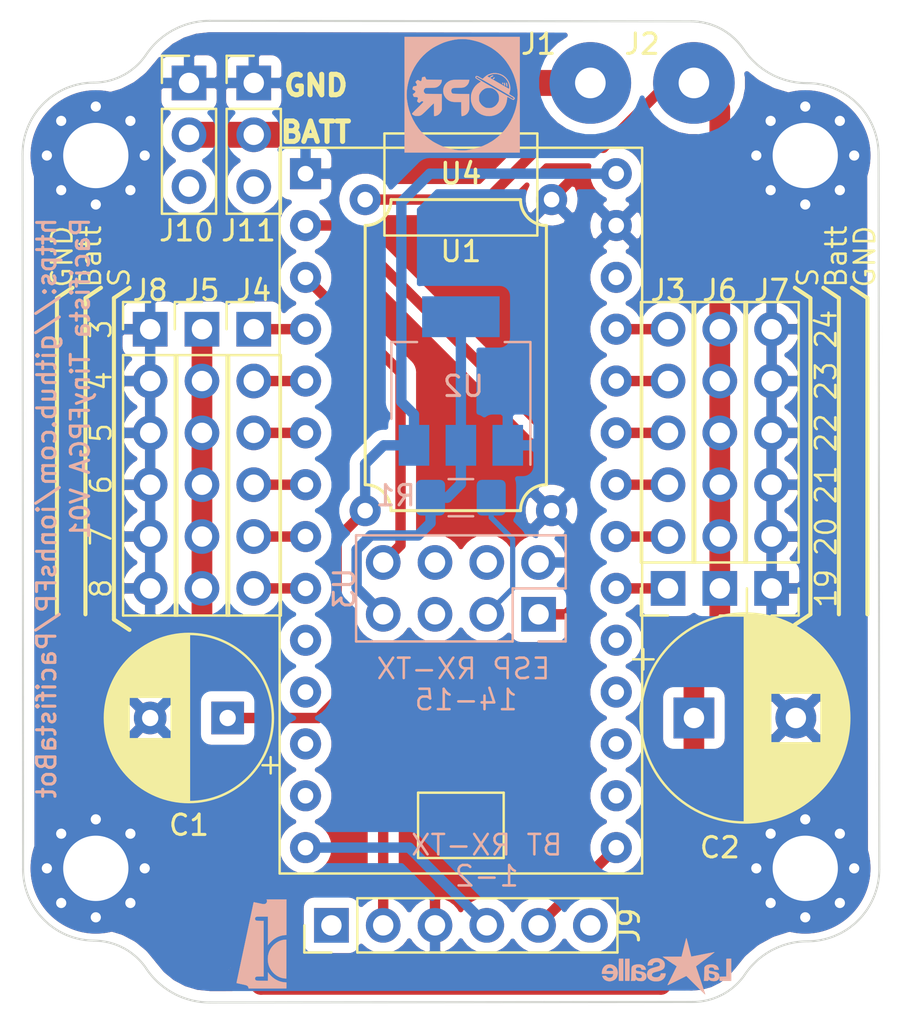
<source format=kicad_pcb>
(kicad_pcb (version 20171130) (host pcbnew "(5.1.4)-1")
  (layers (0 F.Cu signal) (31 B.Cu signal) (34 B.Paste user) (35 F.Paste user) (36 B.SilkS user) (37 F.SilkS user) (38 B.Mask user) (39 F.Mask user) (44 Edge.Cuts user))
  (net 0 "")
  (net 1 GND)
  (net 2 /Alimentación)
  (net 3 +BATT)
  (net 4 +3V3)
  (net 5 "Net-(R1-Pad1)")
  (net 6 5V)
  (net 7 "Net-(J3-Pad6)")
  (net 8 "Net-(J3-Pad5)")
  (net 9 "Net-(J3-Pad4)")
  (net 10 "Net-(J3-Pad3)")
  (net 11 "Net-(J3-Pad2)")
  (net 12 "Net-(J3-Pad1)")
  (net 13 "Net-(J4-Pad1)")
  (net 14 "Net-(J4-Pad2)")
  (net 15 "Net-(J4-Pad3)")
  (net 16 "Net-(J4-Pad4)")
  (net 17 "Net-(J4-Pad5)")
  (net 18 "Net-(J4-Pad6)")
  (net 19 "Net-(J9-Pad6)")
  (net 20 RX-BT)
  (net 21 TX-BT)
  (net 22 "Net-(J9-Pad1)")
  (net 23 "Net-(J10-Pad3)")
  (net 24 "Net-(J11-Pad3)")
  (net 25 TX-ESP)
  (net 26 "Net-(U3-Pad6)")
  (net 27 "Net-(U3-Pad5)")
  (net 28 "Net-(U3-Pad4)")
  (net 29 RX-ESP)
  (net 30 "Net-(U4-Pad26)")
  (net 31 "Net-(U4-Pad19)")
  (net 32 "Net-(U4-Pad18)")
  (net 33 "Net-(U4-Pad17)")
  (net 34 "Net-(U4-Pad16)")
  (net 35 "Net-(U4-Pad13)")
  (net 36 "Net-(U4-Pad12)")
  (net 37 "Net-(U4-Pad11)")
  (net 38 "Net-(U4-Pad10)")
  (module TinyFPGA:PinSocket_1x06_P2.54mm_Vertical (layer F.Cu) (at 96.52 123.19 180)
    (fp_text reference J3 (at 0 14.605) (layer F.SilkS))
    (fp_text value Conn_01x06)
    (pad 6 thru_hole oval (at 0 12.7 180) (size 1.7 1.7) (drill 1) (layers *.Cu *.Mask) (net 7 "Net-(J3-Pad6)"))
    (pad 5 thru_hole oval (at 0 10.16 180) (size 1.7 1.7) (drill 1) (layers *.Cu *.Mask) (net 8 "Net-(J3-Pad5)"))
    (pad 4 thru_hole oval (at 0 7.62 180) (size 1.7 1.7) (drill 1) (layers *.Cu *.Mask) (net 9 "Net-(J3-Pad4)"))
    (pad 3 thru_hole oval (at 0 5.08 180) (size 1.7 1.7) (drill 1) (layers *.Cu *.Mask) (net 10 "Net-(J3-Pad3)"))
    (pad 2 thru_hole oval (at 0 2.54 180) (size 1.7 1.7) (drill 1) (layers *.Cu *.Mask) (net 11 "Net-(J3-Pad2)"))
    (pad 1 thru_hole rect (at 0 0 180) (size 1.7 1.7) (drill 1) (layers *.Cu *.Mask) (net 12 "Net-(J3-Pad1)"))
  )
  (module Mounting_Holes:MountingHole_3.2mm_M3_Pad_Via (layer F.Cu) (at 103.251 101.981)
    (fp_text reference "" (at 0 -4.2) (layer F.SilkS))
    (fp_text value MountingHole_3.2mm_M3_Pad_Via hide)
    (pad "" thru_hole circle (at 1.697056 -1.697056) (size 0.6 0.6) (drill 0.5) (layers *.Cu *.Mask))
    (pad "" thru_hole circle (at 0 -2.4) (size 0.6 0.6) (drill 0.5) (layers *.Cu *.Mask))
    (pad "" thru_hole circle (at -1.697056 -1.697056) (size 0.6 0.6) (drill 0.5) (layers *.Cu *.Mask))
    (pad "" thru_hole circle (at -2.4 0) (size 0.6 0.6) (drill 0.5) (layers *.Cu *.Mask))
    (pad "" thru_hole circle (at -1.697056 1.697056) (size 0.6 0.6) (drill 0.5) (layers *.Cu *.Mask))
    (pad "" thru_hole circle (at 0 2.4) (size 0.6 0.6) (drill 0.5) (layers *.Cu *.Mask))
    (pad "" thru_hole circle (at 1.697056 1.697056) (size 0.6 0.6) (drill 0.5) (layers *.Cu *.Mask))
    (pad "" thru_hole circle (at 2.4 0) (size 0.6 0.6) (drill 0.5) (layers *.Cu *.Mask))
    (pad 1 thru_hole circle (at 0 0) (size 6.4 6.4) (drill 3.2) (layers *.Cu *.Mask))
  )
  (module Mounting_Holes:MountingHole_3.2mm_M3_Pad_Via (layer F.Cu) (at 103.251 136.906)
    (fp_text reference "" (at 0 -4.2) (layer F.SilkS))
    (fp_text value MountingHole_3.2mm_M3_Pad_Via hide)
    (pad 1 thru_hole circle (at 0 0) (size 6.4 6.4) (drill 3.2) (layers *.Cu *.Mask))
    (pad "" thru_hole circle (at 2.4 0) (size 0.6 0.6) (drill 0.5) (layers *.Cu *.Mask))
    (pad "" thru_hole circle (at 1.697056 1.697056) (size 0.6 0.6) (drill 0.5) (layers *.Cu *.Mask))
    (pad "" thru_hole circle (at 0 2.4) (size 0.6 0.6) (drill 0.5) (layers *.Cu *.Mask))
    (pad "" thru_hole circle (at -1.697056 1.697056) (size 0.6 0.6) (drill 0.5) (layers *.Cu *.Mask))
    (pad "" thru_hole circle (at -2.4 0) (size 0.6 0.6) (drill 0.5) (layers *.Cu *.Mask))
    (pad "" thru_hole circle (at -1.697056 -1.697056) (size 0.6 0.6) (drill 0.5) (layers *.Cu *.Mask))
    (pad "" thru_hole circle (at 0 -2.4) (size 0.6 0.6) (drill 0.5) (layers *.Cu *.Mask))
    (pad "" thru_hole circle (at 1.697056 -1.697056) (size 0.6 0.6) (drill 0.5) (layers *.Cu *.Mask))
  )
  (module Mounting_Holes:MountingHole_3.2mm_M3_Pad_Via (layer F.Cu) (at 68.453 136.906)
    (fp_text reference "" (at 0 -4.2) (layer F.SilkS))
    (fp_text value MountingHole_3.2mm_M3_Pad_Via hide)
    (pad "" thru_hole circle (at 1.697056 -1.697056) (size 0.6 0.6) (drill 0.5) (layers *.Cu *.Mask))
    (pad "" thru_hole circle (at 0 -2.4) (size 0.6 0.6) (drill 0.5) (layers *.Cu *.Mask))
    (pad "" thru_hole circle (at -1.697056 -1.697056) (size 0.6 0.6) (drill 0.5) (layers *.Cu *.Mask))
    (pad "" thru_hole circle (at -2.4 0) (size 0.6 0.6) (drill 0.5) (layers *.Cu *.Mask))
    (pad "" thru_hole circle (at -1.697056 1.697056) (size 0.6 0.6) (drill 0.5) (layers *.Cu *.Mask))
    (pad "" thru_hole circle (at 0 2.4) (size 0.6 0.6) (drill 0.5) (layers *.Cu *.Mask))
    (pad "" thru_hole circle (at 1.697056 1.697056) (size 0.6 0.6) (drill 0.5) (layers *.Cu *.Mask))
    (pad "" thru_hole circle (at 2.4 0) (size 0.6 0.6) (drill 0.5) (layers *.Cu *.Mask))
    (pad 1 thru_hole circle (at 0 0) (size 6.4 6.4) (drill 3.2) (layers *.Cu *.Mask))
  )
  (module Mounting_Holes:MountingHole_3.2mm_M3_Pad_Via (layer F.Cu) (at 68.453 101.981)
    (fp_text reference "" (at 0 -4.2) (layer F.SilkS))
    (fp_text value MountingHole_3.2mm_M3_Pad_Via hide)
    (pad 1 thru_hole circle (at 0 0) (size 6.4 6.4) (drill 3.2) (layers *.Cu *.Mask))
    (pad "" thru_hole circle (at 2.4 0) (size 0.6 0.6) (drill 0.5) (layers *.Cu *.Mask))
    (pad "" thru_hole circle (at 1.697056 1.697056) (size 0.6 0.6) (drill 0.5) (layers *.Cu *.Mask))
    (pad "" thru_hole circle (at 0 2.4) (size 0.6 0.6) (drill 0.5) (layers *.Cu *.Mask))
    (pad "" thru_hole circle (at -1.697056 1.697056) (size 0.6 0.6) (drill 0.5) (layers *.Cu *.Mask))
    (pad "" thru_hole circle (at -2.4 0) (size 0.6 0.6) (drill 0.5) (layers *.Cu *.Mask))
    (pad "" thru_hole circle (at -1.697056 -1.697056) (size 0.6 0.6) (drill 0.5) (layers *.Cu *.Mask))
    (pad "" thru_hole circle (at 0 -2.4) (size 0.6 0.6) (drill 0.5) (layers *.Cu *.Mask))
    (pad "" thru_hole circle (at 1.697056 -1.697056) (size 0.6 0.6) (drill 0.5) (layers *.Cu *.Mask))
  )
  (module Desktop:lsblogo (layer B.Cu) (at 96.4438 141.7066 180)
    (fp_text reference G*** hide)
    (fp_text value LOGO hide)
  )
  (module Desktop:LogoDB (layer B.Cu) (at 74.676 140.6144 180)
    (fp_text reference G*** hide)
    (fp_text value LOGO hide)
  )
  (module Pacifista-Bluetooth:opr_circulo_6x6_v1 (layer B.Cu) (at 86.4235 98.9965 180)
    (fp_text reference "" hide)
    (fp_text value "" hide)
  )
  (module Capacitor_THT:CP_Radial_D10.0mm_P5.00mm (layer F.Cu) (at 97.79 129.54)
    (fp_text reference C2 (at 1.27 6.35) (layer F.SilkS))
    (fp_text value "820u 6,3v")
    (pad 1 thru_hole rect (at 0 0) (size 2 2) (drill 1) (layers *.Cu *.Mask) (net 2 /Alimentación))
    (pad 2 thru_hole circle (at 5 0) (size 2 2) (drill 1) (layers *.Cu *.Mask) (net 1 GND))
  )
  (module Pacifista-Bluetooth:Pin_Header_Straight_1x06_Pitch2.54mm (layer F.Cu) (at 99.06 123.19 180)
    (fp_text reference J6 (at 0 14.605 180) (layer F.SilkS))
    (fp_text value Conn_01x06)
    (pad 1 thru_hole rect (at 0 0 180) (size 1.7 1.7) (drill 1) (layers *.Cu *.Mask) (net 2 /Alimentación))
    (pad 2 thru_hole oval (at 0 2.54 180) (size 1.7 1.7) (drill 1) (layers *.Cu *.Mask) (net 2 /Alimentación))
    (pad 3 thru_hole oval (at 0 5.08 180) (size 1.7 1.7) (drill 1) (layers *.Cu *.Mask) (net 2 /Alimentación))
    (pad 4 thru_hole oval (at 0 7.62 180) (size 1.7 1.7) (drill 1) (layers *.Cu *.Mask) (net 2 /Alimentación))
    (pad 5 thru_hole oval (at 0 10.16 180) (size 1.7 1.7) (drill 1) (layers *.Cu *.Mask) (net 2 /Alimentación))
    (pad 6 thru_hole oval (at 0 12.7 180) (size 1.7 1.7) (drill 1) (layers *.Cu *.Mask) (net 2 /Alimentación))
  )
  (module Connector_PinHeader_2.54mm:PinHeader_2x04_P2.54mm_Vertical (layer B.Cu) (at 90.17 124.46 90)
    (fp_text reference U3 (at 1.27 -9.525 90) (layer B.SilkS) (effects (justify mirror)))
    (fp_text value ESP-01v090 hide)
    (pad 8 thru_hole oval (at 2.54 -7.62 90) (size 1.7 1.7) (drill 1) (layers *.Cu *.Mask) (net 25 TX-ESP))
    (pad 7 thru_hole oval (at 0 -7.62 90) (size 1.7 1.7) (drill 1) (layers *.Cu *.Mask) (net 4 +3V3))
    (pad 6 thru_hole oval (at 2.54 -5.08 90) (size 1.7 1.7) (drill 1) (layers *.Cu *.Mask) (net 26 "Net-(U3-Pad6)"))
    (pad 5 thru_hole oval (at 0 -5.08 90) (size 1.7 1.7) (drill 1) (layers *.Cu *.Mask) (net 27 "Net-(U3-Pad5)"))
    (pad 4 thru_hole oval (at 2.54 -2.54 90) (size 1.7 1.7) (drill 1) (layers *.Cu *.Mask) (net 28 "Net-(U3-Pad4)"))
    (pad 3 thru_hole oval (at 0 -2.54 90) (size 1.7 1.7) (drill 1) (layers *.Cu *.Mask) (net 5 "Net-(R1-Pad1)"))
    (pad 2 thru_hole oval (at 2.54 0 90) (size 1.7 1.7) (drill 1) (layers *.Cu *.Mask) (net 1 GND))
    (pad 1 thru_hole rect (at 0 0 90) (size 1.7 1.7) (drill 1) (layers *.Cu *.Mask) (net 29 RX-ESP))
  )
  (module Pacifista-Bluetooth:Pin_Header_Straight_1x06_Pitch2.54mm (layer F.Cu) (at 101.6 123.19 180)
    (fp_text reference J7 (at 0 14.605 180) (layer F.SilkS))
    (fp_text value Conn_01x06)
    (pad 6 thru_hole oval (at 0 12.7 180) (size 1.7 1.7) (drill 1) (layers *.Cu *.Mask) (net 1 GND))
    (pad 5 thru_hole oval (at 0 10.16 180) (size 1.7 1.7) (drill 1) (layers *.Cu *.Mask) (net 1 GND))
    (pad 4 thru_hole oval (at 0 7.62 180) (size 1.7 1.7) (drill 1) (layers *.Cu *.Mask) (net 1 GND))
    (pad 3 thru_hole oval (at 0 5.08 180) (size 1.7 1.7) (drill 1) (layers *.Cu *.Mask) (net 1 GND))
    (pad 2 thru_hole oval (at 0 2.54 180) (size 1.7 1.7) (drill 1) (layers *.Cu *.Mask) (net 1 GND))
    (pad 1 thru_hole rect (at 0 0 180) (size 1.7 1.7) (drill 1) (layers *.Cu *.Mask) (net 1 GND))
  )
  (module Pacifista-Bluetooth:Pin_Header_Straight_1x06_Pitch2.54mm (layer F.Cu) (at 71.12 110.49)
    (fp_text reference J8 (at 0 -1.905) (layer F.SilkS))
    (fp_text value Conn_01x06)
    (pad 1 thru_hole rect (at 0 0) (size 1.7 1.7) (drill 1) (layers *.Cu *.Mask) (net 1 GND))
    (pad 2 thru_hole oval (at 0 2.54) (size 1.7 1.7) (drill 1) (layers *.Cu *.Mask) (net 1 GND))
    (pad 3 thru_hole oval (at 0 5.08) (size 1.7 1.7) (drill 1) (layers *.Cu *.Mask) (net 1 GND))
    (pad 4 thru_hole oval (at 0 7.62) (size 1.7 1.7) (drill 1) (layers *.Cu *.Mask) (net 1 GND))
    (pad 5 thru_hole oval (at 0 10.16) (size 1.7 1.7) (drill 1) (layers *.Cu *.Mask) (net 1 GND))
    (pad 6 thru_hole oval (at 0 12.7) (size 1.7 1.7) (drill 1) (layers *.Cu *.Mask) (net 1 GND))
  )
  (module Pacifista-Bluetooth:Pin_Header_Straight_1x03_Pitch2.54mm (layer F.Cu) (at 73.025 98.425)
    (fp_text reference J10 (at -0.127 7.239) (layer F.SilkS))
    (fp_text value Conn_01x03)
    (pad 3 thru_hole oval (at 0 5.08) (size 1.7 1.7) (drill 1) (layers *.Cu *.Mask) (net 23 "Net-(J10-Pad3)"))
    (pad 2 thru_hole oval (at 0 2.54) (size 1.7 1.7) (drill 1) (layers *.Cu *.Mask) (net 3 +BATT))
    (pad 1 thru_hole rect (at 0 0) (size 1.7 1.7) (drill 1) (layers *.Cu *.Mask) (net 1 GND))
  )
  (module Capacitor_THT:CP_Radial_D8.0mm_P3.80mm (layer F.Cu) (at 74.92 129.54 180)
    (fp_text reference C1 (at 1.9 -5.25 180) (layer F.SilkS))
    (fp_text value "1000u 16v")
    (pad 1 thru_hole rect (at 0 0 180) (size 1.6 1.6) (drill 0.8) (layers *.Cu *.Mask) (net 6 5V))
    (pad 2 thru_hole circle (at 3.8 0 180) (size 1.6 1.6) (drill 0.8) (layers *.Cu *.Mask) (net 1 GND))
  )
  (module Pacifista-Bluetooth:SolderWirePad_single_1-5mmDrill (layer F.Cu) (at 92.71 98.425)
    (fp_text reference J1 (at -2.54 -1.905) (layer F.SilkS))
    (fp_text value Conn_01x01)
    (pad 1 thru_hole circle (at 0 0) (size 4.0005 4.0005) (drill 1.50114) (layers *.Cu *.Mask) (net 3 +BATT))
  )
  (module Pacifista-Bluetooth:SolderWirePad_single_1-5mmDrill (layer F.Cu) (at 97.79 98.425)
    (fp_text reference J2 (at -2.54 -1.905) (layer F.SilkS))
    (fp_text value Conn_01x01)
    (pad 1 thru_hole circle (at 0 0) (size 4.0005 4.0005) (drill 1.50114) (layers *.Cu *.Mask) (net 2 /Alimentación))
  )
  (module Pacifista-Bluetooth:Pin_Header_Straight_1x06_Pitch2.54mm (layer F.Cu) (at 73.66 110.49)
    (fp_text reference J5 (at 0 -1.905) (layer F.SilkS))
    (fp_text value Conn_01x06)
    (pad 6 thru_hole oval (at 0 12.7) (size 1.7 1.7) (drill 1) (layers *.Cu *.Mask) (net 2 /Alimentación))
    (pad 5 thru_hole oval (at 0 10.16) (size 1.7 1.7) (drill 1) (layers *.Cu *.Mask) (net 2 /Alimentación))
    (pad 4 thru_hole oval (at 0 7.62) (size 1.7 1.7) (drill 1) (layers *.Cu *.Mask) (net 2 /Alimentación))
    (pad 3 thru_hole oval (at 0 5.08) (size 1.7 1.7) (drill 1) (layers *.Cu *.Mask) (net 2 /Alimentación))
    (pad 2 thru_hole oval (at 0 2.54) (size 1.7 1.7) (drill 1) (layers *.Cu *.Mask) (net 2 /Alimentación))
    (pad 1 thru_hole rect (at 0 0) (size 1.7 1.7) (drill 1) (layers *.Cu *.Mask) (net 2 /Alimentación))
  )
  (module Pacifista-Bluetooth:Pin_Header_Straight_1x06_Pitch2.54mm (layer F.Cu) (at 76.2 110.49)
    (fp_text reference J4 (at 0 -1.905) (layer F.SilkS))
    (fp_text value Conn_01x06)
    (pad 1 thru_hole rect (at 0 0) (size 1.7 1.7) (drill 1) (layers *.Cu *.Mask) (net 13 "Net-(J4-Pad1)"))
    (pad 2 thru_hole oval (at 0 2.54) (size 1.7 1.7) (drill 1) (layers *.Cu *.Mask) (net 14 "Net-(J4-Pad2)"))
    (pad 3 thru_hole oval (at 0 5.08) (size 1.7 1.7) (drill 1) (layers *.Cu *.Mask) (net 15 "Net-(J4-Pad3)"))
    (pad 4 thru_hole oval (at 0 7.62) (size 1.7 1.7) (drill 1) (layers *.Cu *.Mask) (net 16 "Net-(J4-Pad4)"))
    (pad 5 thru_hole oval (at 0 10.16) (size 1.7 1.7) (drill 1) (layers *.Cu *.Mask) (net 17 "Net-(J4-Pad5)"))
    (pad 6 thru_hole oval (at 0 12.7) (size 1.7 1.7) (drill 1) (layers *.Cu *.Mask) (net 18 "Net-(J4-Pad6)"))
  )
  (module Resistor_SMD:R_1206_3216Metric_Pad1.42x1.75mm_HandSolder (layer B.Cu) (at 86.36 118.745 180)
    (fp_text reference R1 (at 3.2004 0.1016 180) (layer B.SilkS) (effects (justify mirror)))
    (fp_text value 10K hide)
    (pad 1 smd roundrect (at -1.4875 0 180) (size 1.425 1.75) (layers B.Cu B.Paste B.Mask) (roundrect_rratio 0.175439) (net 5 "Net-(R1-Pad1)"))
    (pad 2 smd roundrect (at 1.4875 0 180) (size 1.425 1.75) (layers B.Cu B.Paste B.Mask) (roundrect_rratio 0.175439) (net 4 +3V3))
  )
  (module Package_TO_SOT_SMD:SOT-223-3_TabPin2 (layer B.Cu) (at 86.36 113.03 90)
    (fp_text reference U2 (at -0.254 0.127 180) (layer B.SilkS) (effects (justify mirror)))
    (fp_text value AMS1117 hide)
    (pad 2 smd rect (at 3.15 0 90) (size 2 3.8) (layers B.Cu B.Paste B.Mask) (net 4 +3V3))
    (pad 2 smd rect (at -3.15 0 90) (size 2 1.5) (layers B.Cu B.Paste B.Mask) (net 4 +3V3))
    (pad 3 smd rect (at -3.15 -2.3 90) (size 2 1.5) (layers B.Cu B.Paste B.Mask) (net 6 5V))
    (pad 1 smd rect (at -3.15 2.3 90) (size 2 1.5) (layers B.Cu B.Paste B.Mask) (net 1 GND))
  )
  (module Pacifista-Bluetooth:Pin_Header_Straight_1x03_Pitch2.54mm (layer F.Cu) (at 76.2 98.425)
    (fp_text reference J11 (at -0.254 7.239) (layer F.SilkS))
    (fp_text value Conn_01x03)
    (pad 3 thru_hole oval (at 0 5.08) (size 1.7 1.7) (drill 1) (layers *.Cu *.Mask) (net 24 "Net-(J11-Pad3)"))
    (pad 2 thru_hole oval (at 0 2.54) (size 1.7 1.7) (drill 1) (layers *.Cu *.Mask) (net 3 +BATT))
    (pad 1 thru_hole rect (at 0 0) (size 1.7 1.7) (drill 1) (layers *.Cu *.Mask) (net 1 GND))
  )
  (module Pacifista-Bluetooth:Step_down_chino (layer F.Cu) (at 81.665 104.14 270)
    (fp_text reference U1 (at 2.54 -4.695) (layer F.SilkS))
    (fp_text value Step_down_chino hide)
    (pad 4 thru_hole circle (at 15.24 -9.14 270) (size 1.524 1.524) (drill 0.762) (layers *.Cu *.Mask) (net 1 GND))
    (pad 3 thru_hole circle (at 15.24 0 270) (size 1.524 1.524) (drill 0.762) (layers *.Cu *.Mask) (net 6 5V))
    (pad 2 thru_hole circle (at 0 -9.144 270) (size 1.524 1.524) (drill 0.762) (layers *.Cu *.Mask) (net 1 GND))
    (pad 1 thru_hole circle (at 0 0 270) (size 1.524 1.524) (drill 0.762) (layers *.Cu *.Mask) (net 2 /Alimentación))
  )
  (module TinyFPGA:Pin_Header_Straight_1x06_Pitch2.54mm (layer F.Cu) (at 80.01 139.7 90)
    (fp_text reference J9 (at 0 14.605 90) (layer F.SilkS))
    (fp_text value "Bluetooth hc_05")
    (pad 6 thru_hole oval (at 0 12.7 90) (size 1.7 1.7) (drill 1) (layers *.Cu *.Mask) (net 19 "Net-(J9-Pad6)"))
    (pad 5 thru_hole oval (at 0 10.16 90) (size 1.7 1.7) (drill 1) (layers *.Cu *.Mask) (net 20 RX-BT))
    (pad 4 thru_hole oval (at 0 7.62 90) (size 1.7 1.7) (drill 1) (layers *.Cu *.Mask) (net 21 TX-BT))
    (pad 3 thru_hole oval (at 0 5.08 90) (size 1.7 1.7) (drill 1) (layers *.Cu *.Mask) (net 1 GND))
    (pad 2 thru_hole oval (at 0 2.54 90) (size 1.7 1.7) (drill 1) (layers *.Cu *.Mask) (net 6 5V))
    (pad 1 thru_hole rect (at 0 0 90) (size 1.7 1.7) (drill 1) (layers *.Cu *.Mask) (net 22 "Net-(J9-Pad1)"))
  )
  (module TinyFPGA:TinyFPGA_Bx_v0.1 (layer F.Cu) (at 86.36 119.38)
    (fp_text reference U4 (at 0 -16.51) (layer F.SilkS) (effects (font (thickness 0.17))))
    (fp_text value TinyFPGA_Bx_v0.1)
    (pad 28 thru_hole circle (at 7.62 -16.51) (size 1.524 1.524) (drill 0.762) (layers *.Cu *.Mask) (net 6 5V))
    (pad 27 thru_hole circle (at 7.62 -13.97) (size 1.524 1.524) (drill 0.762) (layers *.Cu *.Mask) (net 1 GND))
    (pad 26 thru_hole circle (at 7.62 -11.43) (size 1.524 1.524) (drill 0.762) (layers *.Cu *.Mask) (net 30 "Net-(U4-Pad26)"))
    (pad 25 thru_hole circle (at 7.62 -8.89) (size 1.524 1.524) (drill 0.762) (layers *.Cu *.Mask) (net 7 "Net-(J3-Pad6)"))
    (pad 24 thru_hole circle (at 7.62 -6.35) (size 1.524 1.524) (drill 0.762) (layers *.Cu *.Mask) (net 8 "Net-(J3-Pad5)"))
    (pad 23 thru_hole circle (at 7.62 -3.81) (size 1.524 1.524) (drill 0.762) (layers *.Cu *.Mask) (net 9 "Net-(J3-Pad4)"))
    (pad 22 thru_hole circle (at 7.62 -1.27) (size 1.524 1.524) (drill 0.762) (layers *.Cu *.Mask) (net 10 "Net-(J3-Pad3)"))
    (pad 21 thru_hole circle (at 7.62 1.27) (size 1.524 1.524) (drill 0.762) (layers *.Cu *.Mask) (net 11 "Net-(J3-Pad2)"))
    (pad 20 thru_hole circle (at 7.62 3.81) (size 1.524 1.524) (drill 0.762) (layers *.Cu *.Mask) (net 12 "Net-(J3-Pad1)"))
    (pad 19 thru_hole circle (at 7.62 6.35) (size 1.524 1.524) (drill 0.762) (layers *.Cu *.Mask) (net 31 "Net-(U4-Pad19)"))
    (pad 18 thru_hole circle (at 7.62 8.89) (size 1.524 1.524) (drill 0.762) (layers *.Cu *.Mask) (net 32 "Net-(U4-Pad18)"))
    (pad 17 thru_hole circle (at 7.62 11.43) (size 1.524 1.524) (drill 0.762) (layers *.Cu *.Mask) (net 33 "Net-(U4-Pad17)"))
    (pad 16 thru_hole circle (at 7.62 13.97) (size 1.524 1.524) (drill 0.762) (layers *.Cu *.Mask) (net 34 "Net-(U4-Pad16)"))
    (pad 15 thru_hole circle (at 7.62 16.51) (size 1.524 1.524) (drill 0.762) (layers *.Cu *.Mask) (net 20 RX-BT))
    (pad 14 thru_hole circle (at -7.62 16.51) (size 1.524 1.524) (drill 0.762) (layers *.Cu *.Mask) (net 21 TX-BT))
    (pad 13 thru_hole circle (at -7.62 13.97) (size 1.524 1.524) (drill 0.762) (layers *.Cu *.Mask) (net 35 "Net-(U4-Pad13)"))
    (pad 12 thru_hole circle (at -7.62 11.43) (size 1.524 1.524) (drill 0.762) (layers *.Cu *.Mask) (net 36 "Net-(U4-Pad12)"))
    (pad 11 thru_hole circle (at -7.62 8.89) (size 1.524 1.524) (drill 0.762) (layers *.Cu *.Mask) (net 37 "Net-(U4-Pad11)"))
    (pad 10 thru_hole circle (at -7.62 6.35) (size 1.524 1.524) (drill 0.762) (layers *.Cu *.Mask) (net 38 "Net-(U4-Pad10)"))
    (pad 9 thru_hole circle (at -7.62 3.81) (size 1.524 1.524) (drill 0.762) (layers *.Cu *.Mask) (net 18 "Net-(J4-Pad6)"))
    (pad 8 thru_hole circle (at -7.62 1.27) (size 1.524 1.524) (drill 0.762) (layers *.Cu *.Mask) (net 17 "Net-(J4-Pad5)"))
    (pad 7 thru_hole circle (at -7.62 -1.27) (size 1.524 1.524) (drill 0.762) (layers *.Cu *.Mask) (net 16 "Net-(J4-Pad4)"))
    (pad 6 thru_hole circle (at -7.62 -3.81) (size 1.524 1.524) (drill 0.762) (layers *.Cu *.Mask) (net 15 "Net-(J4-Pad3)"))
    (pad 5 thru_hole circle (at -7.62 -6.35) (size 1.524 1.524) (drill 0.762) (layers *.Cu *.Mask) (net 14 "Net-(J4-Pad2)"))
    (pad 4 thru_hole circle (at -7.62 -8.89) (size 1.524 1.524) (drill 0.762) (layers *.Cu *.Mask) (net 13 "Net-(J4-Pad1)"))
    (pad 3 thru_hole circle (at -7.62 -11.43) (size 1.524 1.524) (drill 0.762) (layers *.Cu *.Mask) (net 25 TX-ESP))
    (pad 2 thru_hole circle (at -7.62 -13.97) (size 1.524 1.524) (drill 0.762) (layers *.Cu *.Mask) (net 29 RX-ESP))
    (pad 1 thru_hole rect (at -7.62 -16.51) (size 1.524 1.524) (drill 0.762) (layers *.Cu *.Mask) (net 1 GND))
  )
  (gr_line (start 106.8832 136.9568) (end 106.84764 101.92512) (layer Edge.Cuts) (width 0.1))
  (gr_arc (start 97.650193 98.516457) (end 97.650193 95.407497) (angle 56.02514205) (layer Edge.Cuts) (width 0.1))
  (gr_line (start 97.73412 143.45412) (end 74.04608 143.478756) (layer Edge.Cuts) (width 0.1))
  (gr_line (start 64.86144 101.9048) (end 64.88684 136.9568) (layer Edge.Cuts) (width 0.1))
  (gr_arc (start 103.34244 94.68104) (end 103.3526 98.43516) (angle 56.16456556) (layer Edge.Cuts) (width 0.1))
  (gr_arc (start 97.732545 140.344379) (end 97.732545 143.453339) (angle -54.39126236) (layer Edge.Cuts) (width 0.1))
  (gr_arc (start 68.343673 95.302895) (end 68.35648 98.40976) (angle -54.93873798) (layer Edge.Cuts) (width 0.1))
  (gr_arc (start 68.3768 136.9568) (end 68.35648 140.44676) (angle 89.69960008) (layer Edge.Cuts) (width 0.1))
  (gr_arc (start 68.36156 101.90988) (end 64.86144 101.90988) (angle 89.9) (layer Edge.Cuts) (width 0.1))
  (gr_arc (start 68.353833 143.557941) (end 68.353833 140.448981) (angle 56.02514205) (layer Edge.Cuts) (width 0.1))
  (gr_arc (start 103.3526 144.179796) (end 103.378 140.48232) (angle -57.19682214) (layer Edge.Cuts) (width 0.1))
  (gr_arc (start 74.03592 99.138312) (end 74.04608 95.38208) (angle -56.97444222) (layer Edge.Cuts) (width 0.1))
  (gr_arc (start 74.04608 139.722524) (end 74.04608 143.47952) (angle 55.99406484) (layer Edge.Cuts) (width 0.1))
  (gr_arc (start 103.35768 136.9568) (end 106.8832 136.95172) (angle 89.75137949) (layer Edge.Cuts) (width 0.1))
  (gr_arc (start 103.3526 101.9302) (end 103.34752 98.43516) (angle 90) (layer Edge.Cuts) (width 0.1))
  (gr_line (start 97.65284 95.40748) (end 74.04608 95.38208) (layer Edge.Cuts) (width 0.1))
  (gr_text 14-15 (at 86.614 128.651) (layer B.SilkS) (effects (font (size 1 1) (thickness 0.125)) (justify mirror)))
  (gr_text "ESP RX-TX" (at 86.487 127.127) (layer B.SilkS) (effects (font (size 1 1) (thickness 0.125)) (justify mirror)))
  (gr_text 1-2 (at 87.63 137.287) (layer B.SilkS) (effects (font (size 1 1) (thickness 0.125)) (justify mirror)))
  (gr_text "BT RX-TX" (at 87.63 135.763) (layer B.SilkS) (effects (font (size 1 1) (thickness 0.125)) (justify mirror)))
  (gr_line (start 105.537 108.458) (end 106.299 108.966) (layer F.SilkS) (width 0.2))
  (gr_line (start 66.548 108.966) (end 66.548 124.46) (layer F.SilkS) (width 0.2))
  (gr_line (start 67.31 108.458) (end 66.548 108.966) (layer F.SilkS) (width 0.2))
  (gr_line (start 103.505 124.46) (end 102.743 124.968) (layer F.SilkS) (width 0.2))
  (gr_line (start 68.707 108.458) (end 67.945 108.966) (layer F.SilkS) (width 0.2))
  (gr_line (start 67.945 108.966) (end 67.945 124.46) (layer F.SilkS) (width 0.2))
  (gr_line (start 106.299 108.966) (end 106.299 124.46) (layer F.SilkS) (width 0.2))
  (gr_line (start 104.14 108.458) (end 104.902 108.966) (layer F.SilkS) (width 0.2))
  (gr_line (start 104.902 108.966) (end 104.902 124.46) (layer F.SilkS) (width 0.2))
  (gr_line (start 102.743 108.458) (end 103.505 108.966) (layer F.SilkS) (width 0.2))
  (gr_line (start 103.505 108.966) (end 103.505 124.46) (layer F.SilkS) (width 0.2))
  (gr_text "Pacifista TinyFPGA V01" (at 67.691 112.903 90) (layer B.SilkS) (effects (font (size 0.9 0.9)) (justify mirror)))
  (gr_text https://github.com/ionhsFP/PacifistaBot (at 66.04 119.253 90) (layer B.SilkS) (effects (font (size 0.9 0.9)) (justify mirror)))
  (gr_text GND (at 106.172 106.934 90) (layer F.SilkS) (effects (font (size 1 1) (thickness 0.125))))
  (gr_text 5 (at 68.707 115.57 90) (layer F.SilkS) (effects (font (size 1 1) (thickness 0.125))))
  (gr_text 4 (at 68.707 113.03 90) (layer F.SilkS) (effects (font (size 1 1) (thickness 0.125))))
  (gr_text 3 (at 68.707 110.49 90) (layer F.SilkS) (effects (font (size 1 1) (thickness 0.125))))
  (gr_text BATT (at 79.248 100.838) (layer F.SilkS) (effects (font (size 1 1) (thickness 0.25))))
  (gr_text GND (at 79.248 98.552) (layer F.SilkS) (effects (font (size 1 1) (thickness 0.25))))
  (gr_text S (at 69.596 107.95 90) (layer F.SilkS) (effects (font (size 1 1) (thickness 0.125))))
  (gr_text GND (at 66.802 106.934 90) (layer F.SilkS) (effects (font (size 1 1) (thickness 0.125))))
  (gr_text 7 (at 68.707 120.65 90) (layer F.SilkS) (effects (font (size 1 1) (thickness 0.125))))
  (gr_text 21 (at 104.267 118.11 90) (layer F.SilkS) (effects (font (size 1 1) (thickness 0.125))))
  (gr_text 23 (at 104.267 113.03 90) (layer F.SilkS) (effects (font (size 1 1) (thickness 0.125))))
  (gr_text S (at 103.378 107.95 90) (layer F.SilkS) (effects (font (size 1 1) (thickness 0.125))))
  (gr_text 20 (at 104.267 120.65 90) (layer F.SilkS) (effects (font (size 1 1) (thickness 0.125))))
  (gr_text Batt (at 104.775 106.934 90) (layer F.SilkS) (effects (font (size 1 1) (thickness 0.125))))
  (gr_text 24 (at 104.267 110.49 90) (layer F.SilkS) (effects (font (size 1 1) (thickness 0.125))))
  (gr_text 6 (at 68.707 118.11 90) (layer F.SilkS) (effects (font (size 1 1) (thickness 0.125))))
  (gr_text 19 (at 104.267 123.19 90) (layer F.SilkS) (effects (font (size 1 1) (thickness 0.125))))
  (gr_text Batt (at 68.199 106.934 90) (layer F.SilkS) (effects (font (size 1 1) (thickness 0.125))))
  (gr_text 22 (at 104.267 115.57 90) (layer F.SilkS) (effects (font (size 1 1) (thickness 0.125))))
  (gr_text 8 (at 68.707 123.19 90) (layer F.SilkS) (effects (font (size 1 1) (thickness 0.125))))
  (gr_line (start 69.342 124.46) (end 69.342 124.714) (layer F.SilkS) (width 0.2))
  (gr_line (start 69.342 108.966) (end 69.342 124.46) (layer F.SilkS) (width 0.2))
  (gr_arc (start 97.650193 98.516457) (end 97.650193 95.407497) (angle 56.02514205) (layer Edge.Cuts) (width 0.1))
  (gr_line (start 69.342 124.714) (end 70.104 125.222) (layer F.SilkS) (width 0.2))
  (gr_line (start 70.104 108.458) (end 69.342 108.966) (layer F.SilkS) (width 0.2))
  (segment (start 72.810001 138.850001) (end 76.551501 142.591501) (width 1.016) (layer F.Cu) (net 2))
  (segment (start 97.79 98.425) (end 96.52 98.425) (width 0.508) (layer F.Cu) (net 2))
  (segment (start 96.52 98.425) (end 93.345 101.6) (width 0.508) (layer F.Cu) (net 2))
  (segment (start 97.79 129.54) (end 97.79 136.017) (width 1.016) (layer F.Cu) (net 2))
  (segment (start 96.168499 142.591501) (end 97.79 140.97) (width 1.016) (layer F.Cu) (net 2))
  (segment (start 97.79 136.017) (end 97.79 140.97) (width 1.016) (layer F.Cu) (net 2))
  (segment (start 97.79 129.54) (end 98.425 129.54) (width 0.508) (layer B.Cu) (net 2))
  (segment (start 93.345 101.6) (end 90.17 101.6) (width 0.508) (layer F.Cu) (net 2))
  (segment (start 72.810001 127.214999) (end 73.66 126.365) (width 1.016) (layer F.Cu) (net 2))
  (segment (start 90.17 101.6) (end 87.63 104.14) (width 0.508) (layer F.Cu) (net 2))
  (segment (start 73.66 123.19) (end 73.66 110.49) (width 1.016) (layer F.Cu) (net 2))
  (segment (start 72.810001 138.850001) (end 72.810001 127.214999) (width 1.016) (layer F.Cu) (net 2))
  (segment (start 99.06 126.254) (end 99.06 123.19) (width 1.016) (layer F.Cu) (net 2))
  (segment (start 99.06 110.49) (end 99.06 123.19) (width 1.016) (layer F.Cu) (net 2))
  (segment (start 99.06 110.49) (end 99.06 99.695) (width 1.016) (layer F.Cu) (net 2))
  (segment (start 73.66 126.365) (end 73.66 123.19) (width 1.016) (layer F.Cu) (net 2))
  (segment (start 97.79 129.54) (end 97.79 127.524) (width 1.016) (layer F.Cu) (net 2))
  (segment (start 97.79 127.524) (end 99.06 126.254) (width 1.016) (layer F.Cu) (net 2))
  (segment (start 99.06 99.695) (end 97.79 98.425) (width 1.016) (layer F.Cu) (net 2))
  (segment (start 76.551501 142.591501) (end 96.168499 142.591501) (width 1.016) (layer F.Cu) (net 2))
  (segment (start 87.63 104.14) (end 81.665 104.14) (width 0.508) (layer F.Cu) (net 2))
  (segment (start 78.74 100.965) (end 81.28 98.425) (width 1.27) (layer F.Cu) (net 3))
  (segment (start 76.2 100.965) (end 78.74 100.965) (width 1.27) (layer F.Cu) (net 3))
  (segment (start 81.28 98.425) (end 92.71 98.425) (width 1.27) (layer F.Cu) (net 3))
  (segment (start 73.025 100.965) (end 76.2 100.965) (width 1.27) (layer F.Cu) (net 3))
  (segment (start 86.36 116.18) (end 86.36 117.2575) (width 0.508) (layer B.Cu) (net 4))
  (segment (start 86.36 109.88) (end 86.36 116.18) (width 0.508) (layer B.Cu) (net 4))
  (segment (start 81.245999 123.155999) (end 82.55 124.46) (width 0.508) (layer B.Cu) (net 4))
  (segment (start 81.245999 121.294079) (end 81.245999 123.155999) (width 0.508) (layer B.Cu) (net 4))
  (segment (start 81.944077 120.596001) (end 81.245999 121.294079) (width 0.508) (layer B.Cu) (net 4))
  (segment (start 84.254999 120.596001) (end 81.944077 120.596001) (width 0.508) (layer B.Cu) (net 4))
  (segment (start 84.8725 118.745) (end 84.8725 119.9785) (width 0.508) (layer B.Cu) (net 4))
  (segment (start 84.8725 119.9785) (end 84.254999 120.596001) (width 0.508) (layer B.Cu) (net 4))
  (segment (start 86.36 118.07) (end 86.36 117.2575) (width 0.508) (layer B.Cu) (net 4))
  (segment (start 85.685 118.745) (end 86.36 118.07) (width 0.508) (layer B.Cu) (net 4))
  (segment (start 84.8725 118.745) (end 85.685 118.745) (width 0.508) (layer B.Cu) (net 4))
  (segment (start 87.8475 119.72) (end 88.9 120.7725) (width 0.254) (layer B.Cu) (net 5))
  (segment (start 88.9 120.7725) (end 88.9 123.19) (width 0.254) (layer B.Cu) (net 5))
  (segment (start 87.8475 118.745) (end 87.8475 119.72) (width 0.254) (layer B.Cu) (net 5))
  (segment (start 88.9 123.19) (end 87.63 124.46) (width 0.254) (layer B.Cu) (net 5))
  (segment (start 80.264 120.781) (end 81.665 119.38) (width 0.508) (layer F.Cu) (net 6))
  (segment (start 80.264 120.781) (end 80.264 128.651) (width 0.508) (layer F.Cu) (net 6))
  (segment (start 79.375 129.54) (end 80.264 128.651) (width 0.508) (layer F.Cu) (net 6))
  (segment (start 74.92 129.54) (end 79.375 129.54) (width 0.508) (layer F.Cu) (net 6))
  (segment (start 82.55 130.937) (end 80.264 128.651) (width 0.508) (layer F.Cu) (net 6))
  (segment (start 82.55 139.7) (end 82.55 130.937) (width 0.508) (layer F.Cu) (net 6))
  (segment (start 84.06 114.672) (end 83.439 114.051) (width 0.508) (layer B.Cu) (net 6))
  (segment (start 84.06 116.18) (end 84.06 114.672) (width 0.508) (layer B.Cu) (net 6))
  (segment (start 83.439 114.051) (end 83.439 104.267) (width 0.508) (layer B.Cu) (net 6))
  (segment (start 84.836 102.87) (end 83.439 104.267) (width 0.508) (layer B.Cu) (net 6))
  (segment (start 93.98 102.87) (end 84.836 102.87) (width 0.508) (layer B.Cu) (net 6))
  (segment (start 81.665 119.38) (end 81.665 117.09) (width 0.508) (layer B.Cu) (net 6))
  (segment (start 81.665 117.09) (end 82.575 116.18) (width 0.508) (layer B.Cu) (net 6))
  (segment (start 84.06 116.18) (end 82.575 116.18) (width 0.508) (layer B.Cu) (net 6))
  (segment (start 93.98 110.49) (end 96.52 110.49) (width 0.508) (layer F.Cu) (net 7))
  (segment (start 93.98 113.03) (end 96.52 113.03) (width 0.508) (layer F.Cu) (net 8))
  (segment (start 93.98 115.57) (end 96.52 115.57) (width 0.508) (layer F.Cu) (net 9))
  (segment (start 93.98 118.11) (end 96.52 118.11) (width 0.508) (layer F.Cu) (net 10))
  (segment (start 93.98 120.65) (end 96.52 120.65) (width 0.508) (layer F.Cu) (net 11))
  (segment (start 93.98 123.19) (end 96.52 123.19) (width 0.508) (layer F.Cu) (net 12))
  (segment (start 76.2 110.49) (end 78.74 110.49) (width 0.508) (layer F.Cu) (net 13))
  (segment (start 76.2 113.03) (end 78.74 113.03) (width 0.508) (layer F.Cu) (net 14))
  (segment (start 76.2 115.57) (end 78.74 115.57) (width 0.508) (layer F.Cu) (net 15))
  (segment (start 76.2 118.11) (end 78.74 118.11) (width 0.508) (layer F.Cu) (net 16))
  (segment (start 76.2 120.65) (end 78.74 120.65) (width 0.508) (layer F.Cu) (net 17))
  (segment (start 76.2 123.19) (end 78.74 123.19) (width 0.508) (layer F.Cu) (net 18))
  (segment (start 91.019999 138.850001) (end 93.98 135.89) (width 0.508) (layer F.Cu) (net 20))
  (segment (start 90.17 139.7) (end 91.019999 138.850001) (width 0.508) (layer F.Cu) (net 20))
  (segment (start 83.82 135.89) (end 87.63 139.7) (width 0.508) (layer B.Cu) (net 21))
  (segment (start 78.74 135.89) (end 83.82 135.89) (width 0.508) (layer B.Cu) (net 21))
  (segment (start 83.399999 121.070001) (end 82.55 121.92) (width 0.508) (layer F.Cu) (net 25))
  (segment (start 83.399999 112.609999) (end 83.399999 121.070001) (width 0.508) (layer F.Cu) (net 25))
  (segment (start 78.74 107.95) (end 83.399999 112.609999) (width 0.508) (layer F.Cu) (net 25))
  (segment (start 80.518 105.41) (end 78.74 105.41) (width 0.508) (layer F.Cu) (net 29))
  (segment (start 92.329 117.221) (end 80.518 105.41) (width 0.508) (layer F.Cu) (net 29))
  (segment (start 92.329 123.659) (end 92.329 117.221) (width 0.508) (layer F.Cu) (net 29))
  (segment (start 90.17 124.46) (end 91.528 124.46) (width 0.508) (layer F.Cu) (net 29))
  (segment (start 91.528 124.46) (end 92.329 123.659) (width 0.508) (layer F.Cu) (net 29))
  (zone (net 1) (net_name GND) (layer B.Cu) (connect_pads (clearance 0.508)) (min_thickness 0.254) (fill yes (arc_segments 16) (thermal_gap 0.508) (thermal_bridge_width 0.508))
    (polygon (pts (xy 63.754 94.488) (xy 108.331 94.361) (xy 108.585 144.526) (xy 64.262 144.272)))
  )
  (zone (net 1) (net_name GND) (layer F.Cu) (connect_pads (clearance 0.508)) (min_thickness 0.254) (fill yes (arc_segments 16) (thermal_gap 0.508) (thermal_bridge_width 0.508))
    (polygon (pts (xy 64.008 94.742) (xy 108.204 94.869) (xy 108.458 143.891) (xy 64.389 143.764)))
  )
)
</source>
